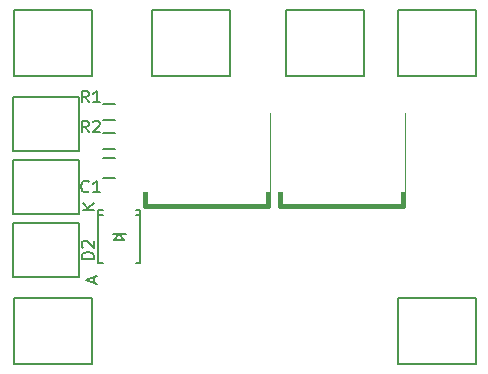
<source format=gto>
%FSLAX46Y46*%
G04 Gerber Fmt 4.6, Leading zero omitted, Abs format (unit mm)*
G04 Created by KiCad (PCBNEW (2014-08-31 BZR 5107)-product) date tor 20 aug 2015 12:53:14*
%MOMM*%
G01*
G04 APERTURE LIST*
%ADD10C,0.100000*%
%ADD11C,0.150000*%
%ADD12C,0.381000*%
%ADD13R,1.800860X3.500120*%
%ADD14R,6.000000X5.000000*%
%ADD15R,10.800080X8.150860*%
%ADD16R,0.899160X3.200400*%
%ADD17R,5.000000X4.000000*%
%ADD18R,1.200000X0.900000*%
%ADD19R,1.500000X1.250000*%
G04 APERTURE END LIST*
D10*
D11*
X121412000Y-90809000D02*
X121862000Y-91359000D01*
X121862000Y-91359000D02*
X120962000Y-91359000D01*
X120962000Y-91359000D02*
X121412000Y-90809000D01*
X121962000Y-90809000D02*
X120862000Y-90809000D01*
X119661940Y-89259860D02*
X120012460Y-89259860D01*
X123162060Y-89259860D02*
X122811540Y-89259860D01*
X119661940Y-93309440D02*
X120012460Y-93309440D01*
X119661940Y-88808560D02*
X120012460Y-88808560D01*
X123162060Y-88808560D02*
X122811540Y-88808560D01*
X123162060Y-93309440D02*
X122811540Y-93309440D01*
X119661940Y-88808560D02*
X119661940Y-93309440D01*
X123162060Y-88808560D02*
X123162060Y-93309440D01*
X112524000Y-71876000D02*
X119124000Y-71876000D01*
X119124000Y-71876000D02*
X119124000Y-77476000D01*
X119124000Y-77476000D02*
X112524000Y-77476000D01*
X112524000Y-77476000D02*
X112524000Y-71876000D01*
X112524000Y-96260000D02*
X119124000Y-96260000D01*
X119124000Y-96260000D02*
X119124000Y-101860000D01*
X119124000Y-101860000D02*
X112524000Y-101860000D01*
X112524000Y-101860000D02*
X112524000Y-96260000D01*
X145036000Y-71876000D02*
X151636000Y-71876000D01*
X151636000Y-71876000D02*
X151636000Y-77476000D01*
X151636000Y-77476000D02*
X145036000Y-77476000D01*
X145036000Y-77476000D02*
X145036000Y-71876000D01*
X145036000Y-96260000D02*
X151636000Y-96260000D01*
X151636000Y-96260000D02*
X151636000Y-101860000D01*
X151636000Y-101860000D02*
X145036000Y-101860000D01*
X145036000Y-101860000D02*
X145036000Y-96260000D01*
D12*
X133977380Y-88452960D02*
X123578620Y-88452960D01*
X123578620Y-88452960D02*
X123578620Y-80655160D01*
X123578620Y-80655160D02*
X125978920Y-79354680D01*
X125978920Y-79354680D02*
X131577080Y-79354680D01*
X131577080Y-79354680D02*
X133977380Y-80655160D01*
X133977380Y-80655160D02*
X133977380Y-88452960D01*
X145407380Y-88452960D02*
X135008620Y-88452960D01*
X135008620Y-88452960D02*
X135008620Y-80655160D01*
X135008620Y-80655160D02*
X137408920Y-79354680D01*
X137408920Y-79354680D02*
X143007080Y-79354680D01*
X143007080Y-79354680D02*
X145407380Y-80655160D01*
X145407380Y-80655160D02*
X145407380Y-88452960D01*
D11*
X112389000Y-89168000D02*
X112389000Y-84568000D01*
X112389000Y-84568000D02*
X117989000Y-84568000D01*
X117989000Y-84568000D02*
X117989000Y-89168000D01*
X117989000Y-89168000D02*
X112389000Y-89168000D01*
X112389000Y-94502000D02*
X112389000Y-89902000D01*
X112389000Y-89902000D02*
X117989000Y-89902000D01*
X117989000Y-89902000D02*
X117989000Y-94502000D01*
X117989000Y-94502000D02*
X112389000Y-94502000D01*
X112389000Y-83834000D02*
X112389000Y-79234000D01*
X112389000Y-79234000D02*
X117989000Y-79234000D01*
X117989000Y-79234000D02*
X117989000Y-83834000D01*
X117989000Y-83834000D02*
X112389000Y-83834000D01*
X120023000Y-79843000D02*
X121023000Y-79843000D01*
X121023000Y-81193000D02*
X120023000Y-81193000D01*
X120023000Y-82256000D02*
X121023000Y-82256000D01*
X121023000Y-83606000D02*
X120023000Y-83606000D01*
X124208000Y-71876000D02*
X130808000Y-71876000D01*
X130808000Y-71876000D02*
X130808000Y-77476000D01*
X130808000Y-77476000D02*
X124208000Y-77476000D01*
X124208000Y-77476000D02*
X124208000Y-71876000D01*
X135511000Y-71876000D02*
X142111000Y-71876000D01*
X142111000Y-71876000D02*
X142111000Y-77476000D01*
X142111000Y-77476000D02*
X135511000Y-77476000D01*
X135511000Y-77476000D02*
X135511000Y-71876000D01*
X121023000Y-84367000D02*
X120023000Y-84367000D01*
X120023000Y-86067000D02*
X121023000Y-86067000D01*
X119260881Y-92940095D02*
X118260881Y-92940095D01*
X118260881Y-92702000D01*
X118308500Y-92559142D01*
X118403738Y-92463904D01*
X118498976Y-92416285D01*
X118689452Y-92368666D01*
X118832310Y-92368666D01*
X119022786Y-92416285D01*
X119118024Y-92463904D01*
X119213262Y-92559142D01*
X119260881Y-92702000D01*
X119260881Y-92940095D01*
X118356119Y-91987714D02*
X118308500Y-91940095D01*
X118260881Y-91844857D01*
X118260881Y-91606761D01*
X118308500Y-91511523D01*
X118356119Y-91463904D01*
X118451357Y-91416285D01*
X118546595Y-91416285D01*
X118689452Y-91463904D01*
X119260881Y-92035333D01*
X119260881Y-91416285D01*
X119324381Y-88780905D02*
X118324381Y-88780905D01*
X119324381Y-88209476D02*
X118752952Y-88638048D01*
X118324381Y-88209476D02*
X118895810Y-88780905D01*
X119292667Y-94980095D02*
X119292667Y-94503904D01*
X119578381Y-95075333D02*
X118578381Y-94742000D01*
X119578381Y-94408666D01*
X118832334Y-79700381D02*
X118499000Y-79224190D01*
X118260905Y-79700381D02*
X118260905Y-78700381D01*
X118641858Y-78700381D01*
X118737096Y-78748000D01*
X118784715Y-78795619D01*
X118832334Y-78890857D01*
X118832334Y-79033714D01*
X118784715Y-79128952D01*
X118737096Y-79176571D01*
X118641858Y-79224190D01*
X118260905Y-79224190D01*
X119784715Y-79700381D02*
X119213286Y-79700381D01*
X119499000Y-79700381D02*
X119499000Y-78700381D01*
X119403762Y-78843238D01*
X119308524Y-78938476D01*
X119213286Y-78986095D01*
X118832334Y-82240381D02*
X118499000Y-81764190D01*
X118260905Y-82240381D02*
X118260905Y-81240381D01*
X118641858Y-81240381D01*
X118737096Y-81288000D01*
X118784715Y-81335619D01*
X118832334Y-81430857D01*
X118832334Y-81573714D01*
X118784715Y-81668952D01*
X118737096Y-81716571D01*
X118641858Y-81764190D01*
X118260905Y-81764190D01*
X119213286Y-81335619D02*
X119260905Y-81288000D01*
X119356143Y-81240381D01*
X119594239Y-81240381D01*
X119689477Y-81288000D01*
X119737096Y-81335619D01*
X119784715Y-81430857D01*
X119784715Y-81526095D01*
X119737096Y-81668952D01*
X119165667Y-82240381D01*
X119784715Y-82240381D01*
X118832334Y-87225143D02*
X118784715Y-87272762D01*
X118641858Y-87320381D01*
X118546620Y-87320381D01*
X118403762Y-87272762D01*
X118308524Y-87177524D01*
X118260905Y-87082286D01*
X118213286Y-86891810D01*
X118213286Y-86748952D01*
X118260905Y-86558476D01*
X118308524Y-86463238D01*
X118403762Y-86368000D01*
X118546620Y-86320381D01*
X118641858Y-86320381D01*
X118784715Y-86368000D01*
X118832334Y-86415619D01*
X119784715Y-87320381D02*
X119213286Y-87320381D01*
X119499000Y-87320381D02*
X119499000Y-86320381D01*
X119403762Y-86463238D01*
X119308524Y-86558476D01*
X119213286Y-86606095D01*
%LPC*%
D13*
X121412000Y-88559640D03*
X121412000Y-93558360D03*
D14*
X115824000Y-74676000D03*
X115824000Y-99060000D03*
X148336000Y-74676000D03*
X148336000Y-99060000D03*
D15*
X128778000Y-83253580D03*
D16*
X124968000Y-93855540D03*
X126238000Y-93855540D03*
X127508000Y-93855540D03*
X130048000Y-93855540D03*
X131318000Y-93855540D03*
X132588000Y-93855540D03*
D15*
X140208000Y-83253580D03*
D16*
X136398000Y-93855540D03*
X137668000Y-93855540D03*
X138938000Y-93855540D03*
X141478000Y-93855540D03*
X142748000Y-93855540D03*
X144018000Y-93855540D03*
D17*
X115189000Y-86868000D03*
X115189000Y-92202000D03*
X115189000Y-81534000D03*
D18*
X121623000Y-80518000D03*
X119423000Y-80518000D03*
X121623000Y-82931000D03*
X119423000Y-82931000D03*
D14*
X127508000Y-74676000D03*
X138811000Y-74676000D03*
D19*
X119273000Y-85217000D03*
X121773000Y-85217000D03*
M02*

</source>
